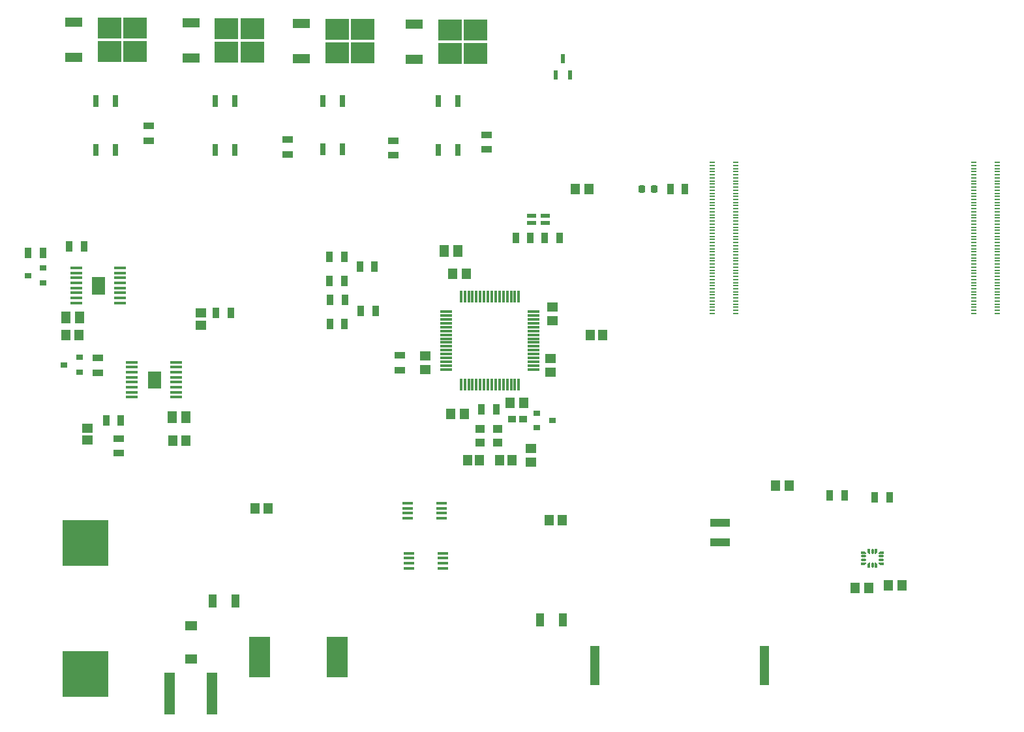
<source format=gtp>
G04 #@! TF.GenerationSoftware,KiCad,Pcbnew,5.99.0-unknown-6a369b230f~117~ubuntu20.04.1*
G04 #@! TF.CreationDate,2021-05-15T11:46:25+08:00*
G04 #@! TF.ProjectId,Controller,436f6e74-726f-46c6-9c65-722e6b696361,rev?*
G04 #@! TF.SameCoordinates,Original*
G04 #@! TF.FileFunction,Paste,Top*
G04 #@! TF.FilePolarity,Positive*
%FSLAX46Y46*%
G04 Gerber Fmt 4.6, Leading zero omitted, Abs format (unit mm)*
G04 Created by KiCad (PCBNEW 5.99.0-unknown-6a369b230f~117~ubuntu20.04.1) date 2021-05-15 11:46:25*
%MOMM*%
%LPD*%
G01*
G04 APERTURE LIST*
G04 Aperture macros list*
%AMRoundRect*
0 Rectangle with rounded corners*
0 $1 Rounding radius*
0 $2 $3 $4 $5 $6 $7 $8 $9 X,Y pos of 4 corners*
0 Add a 4 corners polygon primitive as box body*
4,1,4,$2,$3,$4,$5,$6,$7,$8,$9,$2,$3,0*
0 Add four circle primitives for the rounded corners*
1,1,$1+$1,$2,$3*
1,1,$1+$1,$4,$5*
1,1,$1+$1,$6,$7*
1,1,$1+$1,$8,$9*
0 Add four rect primitives between the rounded corners*
20,1,$1+$1,$2,$3,$4,$5,0*
20,1,$1+$1,$4,$5,$6,$7,0*
20,1,$1+$1,$6,$7,$8,$9,0*
20,1,$1+$1,$8,$9,$2,$3,0*%
%AMFreePoly0*
4,1,48,0.036020,0.199191,0.037970,0.199714,0.040958,0.198321,0.057086,0.195477,0.069630,0.184951,0.084467,0.178033,0.290533,-0.028033,0.293203,-0.031847,0.294953,-0.032857,0.296081,-0.035957,0.305473,-0.049370,0.306900,-0.065680,0.312500,-0.081066,0.312500,-0.125000,0.310782,-0.134742,0.311361,-0.138024,0.309695,-0.140910,0.307977,-0.150652,0.295451,-0.165579,0.285709,-0.182453,
0.279350,-0.184767,0.275000,-0.189952,0.255809,-0.193336,0.237500,-0.200000,-0.237500,-0.200000,-0.247242,-0.198282,-0.250524,-0.198861,-0.253410,-0.197195,-0.263152,-0.195477,-0.278079,-0.182951,-0.294953,-0.173209,-0.297267,-0.166850,-0.302452,-0.162500,-0.305836,-0.143309,-0.312500,-0.125000,-0.312500,0.125000,-0.310782,0.134742,-0.311361,0.138024,-0.309695,0.140910,-0.307977,0.150652,
-0.295451,0.165579,-0.285709,0.182453,-0.279350,0.184767,-0.275000,0.189952,-0.255809,0.193336,-0.237500,0.200000,0.031434,0.200000,0.036020,0.199191,0.036020,0.199191,$1*%
%AMFreePoly1*
4,1,48,0.247242,0.198282,0.250524,0.198861,0.253410,0.197195,0.263152,0.195477,0.278079,0.182951,0.294953,0.173209,0.297267,0.166850,0.302452,0.162500,0.305836,0.143309,0.312500,0.125000,0.312500,0.081066,0.311691,0.076480,0.312214,0.074529,0.310820,0.071540,0.307977,0.055414,0.297452,0.042871,0.290533,0.028033,0.084467,-0.178033,0.080653,-0.180703,0.079643,-0.182453,
0.076543,-0.183581,0.063130,-0.192973,0.046819,-0.194400,0.031434,-0.200000,-0.237500,-0.200000,-0.247242,-0.198282,-0.250524,-0.198861,-0.253410,-0.197195,-0.263152,-0.195477,-0.278079,-0.182951,-0.294953,-0.173209,-0.297267,-0.166850,-0.302452,-0.162500,-0.305836,-0.143309,-0.312500,-0.125000,-0.312500,0.125000,-0.310782,0.134742,-0.311361,0.138024,-0.309695,0.140910,-0.307977,0.150652,
-0.295451,0.165579,-0.285709,0.182453,-0.279350,0.184767,-0.275000,0.189952,-0.255809,0.193336,-0.237500,0.200000,0.237500,0.200000,0.247242,0.198282,0.247242,0.198282,$1*%
%AMFreePoly2*
4,1,48,0.134742,0.310782,0.138024,0.311361,0.140910,0.309695,0.150652,0.307977,0.165579,0.295451,0.182453,0.285709,0.184767,0.279350,0.189952,0.275000,0.193336,0.255809,0.200000,0.237500,0.200000,-0.237500,0.198282,-0.247242,0.198861,-0.250524,0.197195,-0.253410,0.195477,-0.263152,0.182951,-0.278079,0.173209,-0.294953,0.166850,-0.297267,0.162500,-0.302452,0.143309,-0.305836,
0.125000,-0.312500,-0.125000,-0.312500,-0.134742,-0.310782,-0.138024,-0.311361,-0.140910,-0.309695,-0.150652,-0.307977,-0.165579,-0.295451,-0.182453,-0.285709,-0.184767,-0.279350,-0.189952,-0.275000,-0.193336,-0.255809,-0.200000,-0.237500,-0.200000,0.031434,-0.199191,0.036020,-0.199714,0.037970,-0.198321,0.040958,-0.195477,0.057086,-0.184951,0.069630,-0.178033,0.084467,0.028033,0.290533,
0.031847,0.293203,0.032857,0.294953,0.035957,0.296081,0.049370,0.305473,0.065680,0.306900,0.081066,0.312500,0.125000,0.312500,0.134742,0.310782,0.134742,0.310782,$1*%
%AMFreePoly3*
4,1,48,-0.076480,0.311691,-0.074530,0.312214,-0.071542,0.310821,-0.055414,0.307977,-0.042870,0.297451,-0.028033,0.290533,0.178033,0.084467,0.180703,0.080653,0.182453,0.079643,0.183581,0.076543,0.192973,0.063130,0.194400,0.046820,0.200000,0.031434,0.200000,-0.237500,0.198282,-0.247242,0.198861,-0.250524,0.197195,-0.253410,0.195477,-0.263152,0.182951,-0.278079,0.173209,-0.294953,
0.166850,-0.297267,0.162500,-0.302452,0.143309,-0.305836,0.125000,-0.312500,-0.125000,-0.312500,-0.134742,-0.310782,-0.138024,-0.311361,-0.140910,-0.309695,-0.150652,-0.307977,-0.165579,-0.295451,-0.182453,-0.285709,-0.184767,-0.279350,-0.189952,-0.275000,-0.193336,-0.255809,-0.200000,-0.237500,-0.200000,0.237500,-0.198282,0.247242,-0.198861,0.250524,-0.197195,0.253410,-0.195477,0.263152,
-0.182951,0.278079,-0.173209,0.294953,-0.166850,0.297267,-0.162500,0.302452,-0.143309,0.305836,-0.125000,0.312500,-0.081066,0.312500,-0.076480,0.311691,-0.076480,0.311691,$1*%
%AMFreePoly4*
4,1,48,0.247242,0.198282,0.250524,0.198861,0.253410,0.197195,0.263152,0.195477,0.278079,0.182951,0.294953,0.173209,0.297267,0.166850,0.302452,0.162500,0.305836,0.143309,0.312500,0.125000,0.312500,-0.125000,0.310782,-0.134742,0.311361,-0.138024,0.309695,-0.140910,0.307977,-0.150652,0.295451,-0.165579,0.285709,-0.182453,0.279350,-0.184767,0.275000,-0.189952,0.255809,-0.193336,
0.237500,-0.200000,-0.031434,-0.200000,-0.036020,-0.199191,-0.037971,-0.199714,-0.040960,-0.198320,-0.057086,-0.195477,-0.069629,-0.184952,-0.084467,-0.178033,-0.290533,0.028033,-0.293203,0.031847,-0.294953,0.032857,-0.296081,0.035957,-0.305473,0.049370,-0.306900,0.065681,-0.312500,0.081066,-0.312500,0.125000,-0.310782,0.134742,-0.311361,0.138024,-0.309695,0.140910,-0.307977,0.150652,
-0.295451,0.165579,-0.285709,0.182453,-0.279350,0.184767,-0.275000,0.189952,-0.255809,0.193336,-0.237500,0.200000,0.237500,0.200000,0.247242,0.198282,0.247242,0.198282,$1*%
%AMFreePoly5*
4,1,48,0.247242,0.198282,0.250524,0.198861,0.253410,0.197195,0.263152,0.195477,0.278079,0.182951,0.294953,0.173209,0.297267,0.166850,0.302452,0.162500,0.305836,0.143309,0.312500,0.125000,0.312500,-0.125000,0.310782,-0.134742,0.311361,-0.138024,0.309695,-0.140910,0.307977,-0.150652,0.295451,-0.165579,0.285709,-0.182453,0.279350,-0.184767,0.275000,-0.189952,0.255809,-0.193336,
0.237500,-0.200000,-0.237500,-0.200000,-0.247242,-0.198282,-0.250524,-0.198861,-0.253410,-0.197195,-0.263152,-0.195477,-0.278079,-0.182951,-0.294953,-0.173209,-0.297267,-0.166850,-0.302452,-0.162500,-0.305836,-0.143309,-0.312500,-0.125000,-0.312500,-0.081066,-0.311691,-0.076480,-0.312214,-0.074530,-0.310821,-0.071542,-0.307977,-0.055414,-0.297451,-0.042870,-0.290533,-0.028033,-0.084467,0.178033,
-0.080653,0.180703,-0.079643,0.182453,-0.076543,0.183581,-0.063130,0.192973,-0.046820,0.194400,-0.031434,0.200000,0.237500,0.200000,0.247242,0.198282,0.247242,0.198282,$1*%
%AMFreePoly6*
4,1,48,0.134742,0.310782,0.138024,0.311361,0.140910,0.309695,0.150652,0.307977,0.165579,0.295451,0.182453,0.285709,0.184767,0.279350,0.189952,0.275000,0.193336,0.255809,0.200000,0.237500,0.200000,-0.031434,0.199191,-0.036020,0.199714,-0.037971,0.198320,-0.040960,0.195477,-0.057086,0.184952,-0.069629,0.178033,-0.084467,-0.028033,-0.290533,-0.031847,-0.293203,-0.032857,-0.294953,
-0.035957,-0.296081,-0.049370,-0.305473,-0.065681,-0.306900,-0.081066,-0.312500,-0.125000,-0.312500,-0.134742,-0.310782,-0.138024,-0.311361,-0.140910,-0.309695,-0.150652,-0.307977,-0.165579,-0.295451,-0.182453,-0.285709,-0.184767,-0.279350,-0.189952,-0.275000,-0.193336,-0.255809,-0.200000,-0.237500,-0.200000,0.237500,-0.198282,0.247242,-0.198861,0.250524,-0.197195,0.253410,-0.195477,0.263152,
-0.182951,0.278079,-0.173209,0.294953,-0.166850,0.297267,-0.162500,0.302452,-0.143309,0.305836,-0.125000,0.312500,0.125000,0.312500,0.134742,0.310782,0.134742,0.310782,$1*%
%AMFreePoly7*
4,1,48,0.134742,0.310782,0.138024,0.311361,0.140910,0.309695,0.150652,0.307977,0.165579,0.295451,0.182453,0.285709,0.184767,0.279350,0.189952,0.275000,0.193336,0.255809,0.200000,0.237500,0.200000,-0.237500,0.198282,-0.247242,0.198861,-0.250524,0.197195,-0.253410,0.195477,-0.263152,0.182951,-0.278079,0.173209,-0.294953,0.166850,-0.297267,0.162500,-0.302452,0.143309,-0.305836,
0.125000,-0.312500,0.081066,-0.312500,0.076480,-0.311691,0.074529,-0.312214,0.071540,-0.310820,0.055414,-0.307977,0.042871,-0.297452,0.028033,-0.290533,-0.178033,-0.084467,-0.180703,-0.080653,-0.182453,-0.079643,-0.183581,-0.076543,-0.192973,-0.063130,-0.194400,-0.046819,-0.200000,-0.031434,-0.200000,0.237500,-0.198282,0.247242,-0.198861,0.250524,-0.197195,0.253410,-0.195477,0.263152,
-0.182951,0.278079,-0.173209,0.294953,-0.166850,0.297267,-0.162500,0.302452,-0.143309,0.305836,-0.125000,0.312500,0.125000,0.312500,0.134742,0.310782,0.134742,0.310782,$1*%
G04 Aperture macros list end*
%ADD10C,0.010000*%
%ADD11R,0.920000X1.380000*%
%ADD12R,1.160000X1.470000*%
%ADD13R,3.050000X2.750000*%
%ADD14R,2.200000X1.200000*%
%ADD15R,1.470000X1.160000*%
%ADD16R,1.422400X0.431800*%
%ADD17R,2.794000X5.308600*%
%ADD18R,1.380000X0.920000*%
%ADD19R,0.800000X1.500000*%
%ADD20R,1.300000X1.100000*%
%ADD21R,0.900000X0.800000*%
%ADD22R,1.449997X1.305598*%
%ADD23R,1.280000X1.560000*%
%ADD24R,1.305598X1.449997*%
%ADD25R,6.000000X6.000000*%
%ADD26FreePoly0,0.000000*%
%ADD27RoundRect,0.100000X-0.212500X-0.100000X0.212500X-0.100000X0.212500X0.100000X-0.212500X0.100000X0*%
%ADD28FreePoly1,0.000000*%
%ADD29FreePoly2,0.000000*%
%ADD30RoundRect,0.100000X-0.100000X-0.212500X0.100000X-0.212500X0.100000X0.212500X-0.100000X0.212500X0*%
%ADD31FreePoly3,0.000000*%
%ADD32FreePoly4,0.000000*%
%ADD33FreePoly5,0.000000*%
%ADD34FreePoly6,0.000000*%
%ADD35FreePoly7,0.000000*%
%ADD36RoundRect,0.075000X0.075000X-0.700000X0.075000X0.700000X-0.075000X0.700000X-0.075000X-0.700000X0*%
%ADD37RoundRect,0.075000X0.700000X-0.075000X0.700000X0.075000X-0.700000X0.075000X-0.700000X-0.075000X0*%
%ADD38R,0.600000X1.300000*%
%ADD39R,1.200000X1.450000*%
%ADD40R,1.375600X5.399999*%
%ADD41R,2.500000X1.000000*%
%ADD42R,1.270000X5.080000*%
%ADD43R,1.520000X1.200000*%
%ADD44R,1.570000X0.410000*%
%ADD45R,1.080000X1.770000*%
%ADD46RoundRect,0.218750X0.218750X0.256250X-0.218750X0.256250X-0.218750X-0.256250X0.218750X-0.256250X0*%
%ADD47R,1.200000X0.600000*%
%ADD48R,1.005599X0.949998*%
%ADD49R,0.700000X0.200000*%
%ADD50R,1.420000X1.200000*%
G04 APERTURE END LIST*
D10*
X105580000Y-83621000D02*
X107180000Y-83621000D01*
X107180000Y-83621000D02*
X107180000Y-85771000D01*
X107180000Y-85771000D02*
X105580000Y-85771000D01*
X105580000Y-85771000D02*
X105580000Y-83621000D01*
G36*
X107180000Y-85771000D02*
G01*
X105580000Y-85771000D01*
X105580000Y-83621000D01*
X107180000Y-83621000D01*
X107180000Y-85771000D01*
G37*
X107180000Y-85771000D02*
X105580000Y-85771000D01*
X105580000Y-83621000D01*
X107180000Y-83621000D01*
X107180000Y-85771000D01*
X112834202Y-95863301D02*
X114434202Y-95863301D01*
X114434202Y-95863301D02*
X114434202Y-98013301D01*
X114434202Y-98013301D02*
X112834202Y-98013301D01*
X112834202Y-98013301D02*
X112834202Y-95863301D01*
G36*
X114434202Y-98013301D02*
G01*
X112834202Y-98013301D01*
X112834202Y-95863301D01*
X114434202Y-95863301D01*
X114434202Y-98013301D01*
G37*
X114434202Y-98013301D02*
X112834202Y-98013301D01*
X112834202Y-95863301D01*
X114434202Y-95863301D01*
X114434202Y-98013301D01*
D11*
X201361000Y-111972000D03*
X203271000Y-111972000D03*
D12*
X206430000Y-124003000D03*
X204670000Y-124003000D03*
D13*
X111187124Y-54312865D03*
X107837124Y-54312865D03*
X107837124Y-51262865D03*
X111187124Y-51262865D03*
D14*
X103212124Y-50507865D03*
X103212124Y-55067865D03*
D15*
X165130000Y-95980000D03*
X165130000Y-94220000D03*
D16*
X146758300Y-119475001D03*
X146758300Y-120124999D03*
X146758300Y-120775001D03*
X146758300Y-121424999D03*
X151101700Y-121424999D03*
X151101700Y-120775001D03*
X151101700Y-120124999D03*
X151101700Y-119475001D03*
D17*
X137371900Y-132950000D03*
X127288100Y-132950000D03*
D18*
X144656051Y-65867156D03*
X144656051Y-67777156D03*
D19*
X108610000Y-60750000D03*
X106070000Y-60750000D03*
X106070000Y-67050000D03*
X108610000Y-67050000D03*
D20*
X155930000Y-105090000D03*
X158230000Y-105090000D03*
X158230000Y-103290000D03*
X155930000Y-103290000D03*
D11*
X107405000Y-102220000D03*
X109315000Y-102220000D03*
D21*
X163340000Y-101270000D03*
X163340000Y-103170000D03*
X165340000Y-102220000D03*
D22*
X119670000Y-88287201D03*
X119670000Y-89892799D03*
D23*
X103989000Y-88830000D03*
X102211000Y-88830000D03*
D24*
X170277201Y-91150000D03*
X171882799Y-91150000D03*
X154297201Y-107410000D03*
X155902799Y-107410000D03*
D18*
X145570000Y-93775000D03*
X145570000Y-95685000D03*
D11*
X138425000Y-86570000D03*
X136515000Y-86570000D03*
D25*
X104720000Y-118130000D03*
X104720000Y-135130000D03*
D26*
X205717500Y-119370500D03*
D27*
X205717500Y-119870500D03*
X205717500Y-120370500D03*
D28*
X205717500Y-120870500D03*
D29*
X206380000Y-121033000D03*
D30*
X206880000Y-121033000D03*
D31*
X207380000Y-121033000D03*
D32*
X208042500Y-120870500D03*
D27*
X208042500Y-120370500D03*
X208042500Y-119870500D03*
D33*
X208042500Y-119370500D03*
D34*
X207380000Y-119208000D03*
D30*
X206880000Y-119208000D03*
D35*
X206380000Y-119208000D03*
D11*
X136385000Y-80930000D03*
X138295000Y-80930000D03*
D36*
X153470000Y-97525000D03*
X153970000Y-97525000D03*
X154470000Y-97525000D03*
X154970000Y-97525000D03*
X155470000Y-97525000D03*
X155970000Y-97525000D03*
X156470000Y-97525000D03*
X156970000Y-97525000D03*
X157470000Y-97525000D03*
X157970000Y-97525000D03*
X158470000Y-97525000D03*
X158970000Y-97525000D03*
X159470000Y-97525000D03*
X159970000Y-97525000D03*
X160470000Y-97525000D03*
X160970000Y-97525000D03*
D37*
X162895000Y-95600000D03*
X162895000Y-95100000D03*
X162895000Y-94600000D03*
X162895000Y-94100000D03*
X162895000Y-93600000D03*
X162895000Y-93100000D03*
X162895000Y-92600000D03*
X162895000Y-92100000D03*
X162895000Y-91600000D03*
X162895000Y-91100000D03*
X162895000Y-90600000D03*
X162895000Y-90100000D03*
X162895000Y-89600000D03*
X162895000Y-89100000D03*
X162895000Y-88600000D03*
X162895000Y-88100000D03*
D36*
X160970000Y-86175000D03*
X160470000Y-86175000D03*
X159970000Y-86175000D03*
X159470000Y-86175000D03*
X158970000Y-86175000D03*
X158470000Y-86175000D03*
X157970000Y-86175000D03*
X157470000Y-86175000D03*
X156970000Y-86175000D03*
X156470000Y-86175000D03*
X155970000Y-86175000D03*
X155470000Y-86175000D03*
X154970000Y-86175000D03*
X154470000Y-86175000D03*
X153970000Y-86175000D03*
X153470000Y-86175000D03*
D37*
X151545000Y-88100000D03*
X151545000Y-88600000D03*
X151545000Y-89100000D03*
X151545000Y-89600000D03*
X151545000Y-90100000D03*
X151545000Y-90600000D03*
X151545000Y-91100000D03*
X151545000Y-91600000D03*
X151545000Y-92100000D03*
X151545000Y-92600000D03*
X151545000Y-93100000D03*
X151545000Y-93600000D03*
X151545000Y-94100000D03*
X151545000Y-94600000D03*
X151545000Y-95100000D03*
X151545000Y-95600000D03*
D19*
X153060000Y-60750000D03*
X150520000Y-60750000D03*
X150520000Y-67050000D03*
X153060000Y-67050000D03*
X138068000Y-60738000D03*
X135528000Y-60738000D03*
X135528000Y-67038000D03*
X138068000Y-67038000D03*
D38*
X165763505Y-57340958D03*
X167663505Y-57340958D03*
X166713505Y-55240958D03*
D12*
X159830000Y-99950000D03*
X161590000Y-99950000D03*
D19*
X124076223Y-60750000D03*
X121536223Y-60750000D03*
X121536223Y-67050000D03*
X124076223Y-67050000D03*
D39*
X103915560Y-91160003D03*
X102215560Y-91160003D03*
D13*
X126376365Y-51325185D03*
X123026365Y-54375185D03*
X123026365Y-51325185D03*
X126376365Y-54375185D03*
D14*
X118401365Y-50570185D03*
X118401365Y-55130185D03*
D12*
X154130000Y-83160000D03*
X152370000Y-83160000D03*
D11*
X138375000Y-89720000D03*
X136465000Y-89720000D03*
D15*
X148860000Y-93850000D03*
X148860000Y-95610000D03*
D40*
X121117800Y-137730000D03*
X115682200Y-137730000D03*
D18*
X156790000Y-65125000D03*
X156790000Y-67035000D03*
D11*
X140330000Y-82240000D03*
X142240000Y-82240000D03*
X104515000Y-79630000D03*
X102605000Y-79630000D03*
D41*
X187076000Y-118020000D03*
X187076000Y-115520000D03*
D22*
X104990000Y-104802799D03*
X104990000Y-103197201D03*
D39*
X116030000Y-104820000D03*
X117730000Y-104820000D03*
D11*
X160590000Y-78510000D03*
X162500000Y-78510000D03*
X180630000Y-72130000D03*
X182540000Y-72130000D03*
D39*
X128400000Y-113640000D03*
X126700000Y-113640000D03*
D11*
X97285000Y-80460000D03*
X99195000Y-80460000D03*
X136386454Y-84128383D03*
X138296454Y-84128383D03*
D42*
X170865000Y-134060000D03*
X192835000Y-134060000D03*
D16*
X146568300Y-112985001D03*
X146568300Y-113634999D03*
X146568300Y-114285001D03*
X146568300Y-114934999D03*
X150911700Y-114934999D03*
X150911700Y-114285001D03*
X150911700Y-113634999D03*
X150911700Y-112985001D03*
D11*
X166255000Y-78500000D03*
X164345000Y-78500000D03*
X156145000Y-100750000D03*
X158055000Y-100750000D03*
D18*
X109040000Y-106475000D03*
X109040000Y-104565000D03*
D39*
X166580000Y-115140000D03*
X164880000Y-115140000D03*
D43*
X118400000Y-128930000D03*
X118400000Y-133250000D03*
D12*
X152120000Y-101380000D03*
X153880000Y-101380000D03*
D18*
X106300000Y-94125000D03*
X106300000Y-96035000D03*
X112915000Y-63965000D03*
X112915000Y-65875000D03*
D21*
X99249169Y-84338900D03*
X99249169Y-82438900D03*
X97249169Y-83388900D03*
D24*
X160122799Y-107410000D03*
X158517201Y-107410000D03*
D12*
X196084000Y-110702000D03*
X194324000Y-110702000D03*
D44*
X103510000Y-82421000D03*
X103510000Y-83071000D03*
X103510000Y-83721000D03*
X103510000Y-84371000D03*
X103510000Y-85021000D03*
X103510000Y-85671000D03*
X103510000Y-86321000D03*
X103510000Y-86971000D03*
X109250000Y-86971000D03*
X109250000Y-86321000D03*
X109250000Y-85671000D03*
X109250000Y-85021000D03*
X109250000Y-84371000D03*
X109250000Y-83721000D03*
X109250000Y-83071000D03*
X109250000Y-82421000D03*
D18*
X130990000Y-65740000D03*
X130990000Y-67650000D03*
D11*
X142375000Y-88000000D03*
X140465000Y-88000000D03*
X121675000Y-88274000D03*
X123585000Y-88274000D03*
D45*
X124235000Y-125700000D03*
X121245000Y-125700000D03*
D23*
X116001000Y-101800000D03*
X117779000Y-101800000D03*
D45*
X163725000Y-128090000D03*
X166715000Y-128090000D03*
D21*
X103970000Y-95950000D03*
X103970000Y-94050000D03*
X101970000Y-95000000D03*
D46*
X178515000Y-72130000D03*
X176940000Y-72130000D03*
D47*
X164395000Y-76575000D03*
X162595000Y-76575000D03*
X162595000Y-75625000D03*
X164395000Y-75625000D03*
D12*
X168318784Y-72161043D03*
X170068784Y-72161043D03*
X210740000Y-123623000D03*
X208980000Y-123623000D03*
D23*
X153059644Y-80246821D03*
X151281644Y-80246821D03*
D13*
X140740000Y-51400000D03*
X140740000Y-54450000D03*
X137390000Y-54450000D03*
X137390000Y-51400000D03*
D14*
X132765000Y-50645000D03*
X132765000Y-55205000D03*
D44*
X110764202Y-94663301D03*
X110764202Y-95313301D03*
X110764202Y-95963301D03*
X110764202Y-96613301D03*
X110764202Y-97263301D03*
X110764202Y-97913301D03*
X110764202Y-98563301D03*
X110764202Y-99213301D03*
X116504202Y-99213301D03*
X116504202Y-98563301D03*
X116504202Y-97913301D03*
X116504202Y-97263301D03*
X116504202Y-96613301D03*
X116504202Y-95963301D03*
X116504202Y-95313301D03*
X116504202Y-94663301D03*
D11*
X207203000Y-112226000D03*
X209113000Y-112226000D03*
D15*
X165360000Y-89240000D03*
X165360000Y-87480000D03*
D48*
X160102201Y-102080000D03*
X161557799Y-102080000D03*
D49*
X186090000Y-68720000D03*
X189170000Y-68720000D03*
X186090000Y-69120000D03*
X189170000Y-69120000D03*
X186090000Y-69520000D03*
X189170000Y-69520000D03*
X186090000Y-69920000D03*
X189170000Y-69920000D03*
X186090000Y-70320000D03*
X189170000Y-70320000D03*
X186090000Y-70720000D03*
X189170000Y-70720000D03*
X186090000Y-71120000D03*
X189170000Y-71120000D03*
X186090000Y-71520000D03*
X189170000Y-71520000D03*
X186090000Y-71920000D03*
X189170000Y-71920000D03*
X186090000Y-72320000D03*
X189170000Y-72320000D03*
X186090000Y-72720000D03*
X189170000Y-72720000D03*
X186090000Y-73120000D03*
X189170000Y-73120000D03*
X186090000Y-73520000D03*
X189170000Y-73520000D03*
X186090000Y-73920000D03*
X189170000Y-73920000D03*
X186090000Y-74320000D03*
X189170000Y-74320000D03*
X186090000Y-74720000D03*
X189170000Y-74720000D03*
X186090000Y-75120000D03*
X189170000Y-75120000D03*
X186090000Y-75520000D03*
X189170000Y-75520000D03*
X186090000Y-75920000D03*
X189170000Y-75920000D03*
X186090000Y-76320000D03*
X189170000Y-76320000D03*
X186090000Y-76720000D03*
X189170000Y-76720000D03*
X186090000Y-77120000D03*
X189170000Y-77120000D03*
X186090000Y-77520000D03*
X189170000Y-77520000D03*
X186090000Y-77920000D03*
X189170000Y-77920000D03*
X186090000Y-78320000D03*
X189170000Y-78320000D03*
X186090000Y-78720000D03*
X189170000Y-78720000D03*
X186090000Y-79120000D03*
X189170000Y-79120000D03*
X186090000Y-79520000D03*
X189170000Y-79520000D03*
X186090000Y-79920000D03*
X189170000Y-79920000D03*
X186090000Y-80320000D03*
X189170000Y-80320000D03*
X186090000Y-80720000D03*
X189170000Y-80720000D03*
X186090000Y-81120000D03*
X189170000Y-81120000D03*
X186090000Y-81520000D03*
X189170000Y-81520000D03*
X186090000Y-81920000D03*
X189170000Y-81920000D03*
X186090000Y-82320000D03*
X189170000Y-82320000D03*
X186090000Y-82720000D03*
X189170000Y-82720000D03*
X186090000Y-83120000D03*
X189170000Y-83120000D03*
X186090000Y-83520000D03*
X189170000Y-83520000D03*
X186090000Y-83920000D03*
X189170000Y-83920000D03*
X186090000Y-84320000D03*
X189170000Y-84320000D03*
X186090000Y-84720000D03*
X189170000Y-84720000D03*
X186090000Y-85120000D03*
X189170000Y-85120000D03*
X186090000Y-85520000D03*
X189170000Y-85520000D03*
X186090000Y-85920000D03*
X189170000Y-85920000D03*
X186090000Y-86320000D03*
X189170000Y-86320000D03*
X186090000Y-86720000D03*
X189170000Y-86720000D03*
X186090000Y-87120000D03*
X189170000Y-87120000D03*
X186090000Y-87520000D03*
X189170000Y-87520000D03*
X186090000Y-87920000D03*
X189170000Y-87920000D03*
X186090000Y-88320000D03*
X189170000Y-88320000D03*
X220010000Y-68720000D03*
X223090000Y-68720000D03*
X220010000Y-69120000D03*
X223090000Y-69120000D03*
X220010000Y-69520000D03*
X223090000Y-69520000D03*
X220010000Y-69920000D03*
X223090000Y-69920000D03*
X220010000Y-70320000D03*
X223090000Y-70320000D03*
X220010000Y-70720000D03*
X223090000Y-70720000D03*
X220010000Y-71120000D03*
X223090000Y-71120000D03*
X220010000Y-71520000D03*
X223090000Y-71520000D03*
X220010000Y-71920000D03*
X223090000Y-71920000D03*
X220010000Y-72320000D03*
X223090000Y-72320000D03*
X220010000Y-72720000D03*
X223090000Y-72720000D03*
X220010000Y-73120000D03*
X223090000Y-73120000D03*
X220010000Y-73520000D03*
X223090000Y-73520000D03*
X220010000Y-73920000D03*
X223090000Y-73920000D03*
X220010000Y-74320000D03*
X223090000Y-74320000D03*
X220010000Y-74720000D03*
X223090000Y-74720000D03*
X220010000Y-75120000D03*
X223090000Y-75120000D03*
X220010000Y-75520000D03*
X223090000Y-75520000D03*
X220010000Y-75920000D03*
X223090000Y-75920000D03*
X220010000Y-76320000D03*
X223090000Y-76320000D03*
X220010000Y-76720000D03*
X223090000Y-76720000D03*
X220010000Y-77120000D03*
X223090000Y-77120000D03*
X220010000Y-77520000D03*
X223090000Y-77520000D03*
X220010000Y-77920000D03*
X223090000Y-77920000D03*
X220010000Y-78320000D03*
X223090000Y-78320000D03*
X220010000Y-78720000D03*
X223090000Y-78720000D03*
X220010000Y-79120000D03*
X223090000Y-79120000D03*
X220010000Y-79520000D03*
X223090000Y-79520000D03*
X220010000Y-79920000D03*
X223090000Y-79920000D03*
X220010000Y-80320000D03*
X223090000Y-80320000D03*
X220010000Y-80720000D03*
X223090000Y-80720000D03*
X220010000Y-81120000D03*
X223090000Y-81120000D03*
X220010000Y-81520000D03*
X223090000Y-81520000D03*
X220010000Y-81920000D03*
X223090000Y-81920000D03*
X220010000Y-82320000D03*
X223090000Y-82320000D03*
X220010000Y-82720000D03*
X223090000Y-82720000D03*
X220010000Y-83120000D03*
X223090000Y-83120000D03*
X220010000Y-83520000D03*
X223090000Y-83520000D03*
X220010000Y-83920000D03*
X223090000Y-83920000D03*
X220010000Y-84320000D03*
X223090000Y-84320000D03*
X220010000Y-84720000D03*
X223090000Y-84720000D03*
X220010000Y-85120000D03*
X223090000Y-85120000D03*
X220010000Y-85520000D03*
X223090000Y-85520000D03*
X220010000Y-85920000D03*
X223090000Y-85920000D03*
X220010000Y-86320000D03*
X223090000Y-86320000D03*
X220010000Y-86720000D03*
X223090000Y-86720000D03*
X220010000Y-87120000D03*
X223090000Y-87120000D03*
X220010000Y-87520000D03*
X223090000Y-87520000D03*
X220010000Y-87920000D03*
X223090000Y-87920000D03*
X220010000Y-88320000D03*
X223090000Y-88320000D03*
D50*
X162560000Y-107600000D03*
X162560000Y-105880000D03*
D13*
X155363621Y-54559991D03*
X152013621Y-54559991D03*
X155363621Y-51509991D03*
X152013621Y-51509991D03*
D14*
X147388621Y-50754991D03*
X147388621Y-55314991D03*
M02*

</source>
